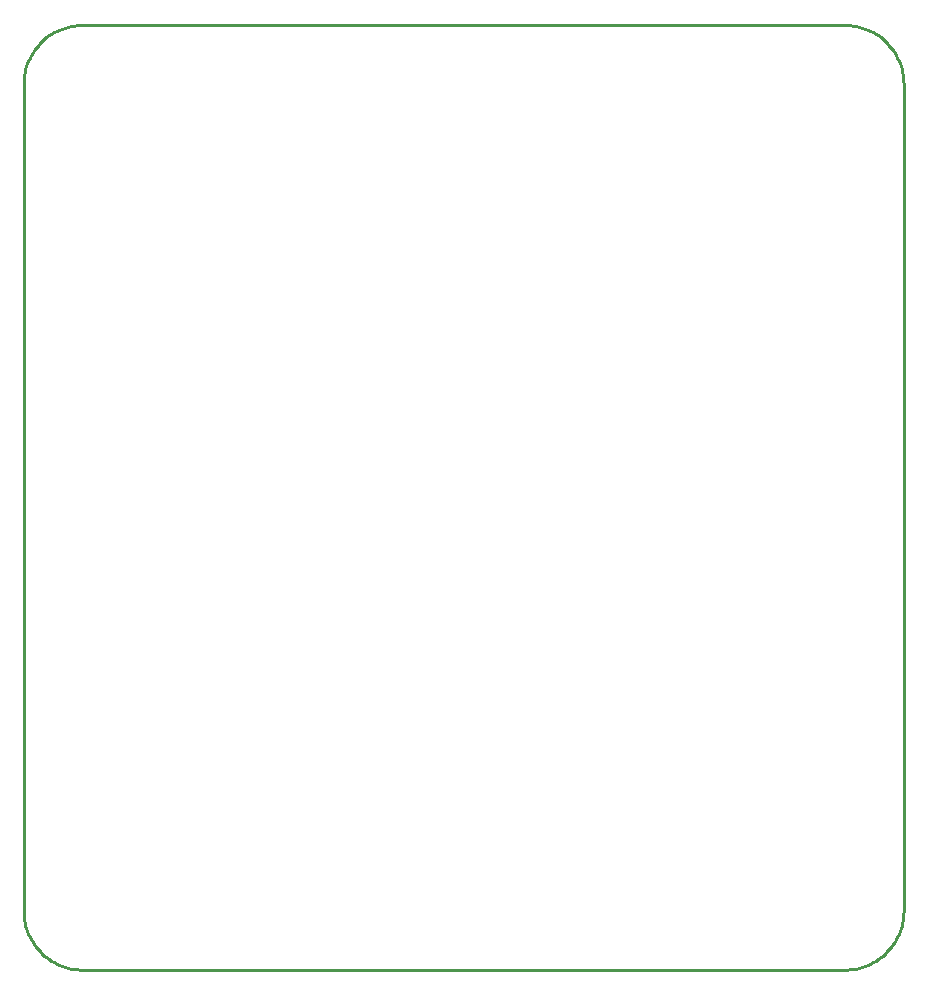
<source format=gko>
G04*
G04 #@! TF.GenerationSoftware,Altium Limited,Altium Designer,19.1.8 (144)*
G04*
G04 Layer_Color=16711935*
%FSLAX25Y25*%
%MOIN*%
G70*
G01*
G75*
%ADD10C,0.01000*%
D10*
X248031Y423228D02*
X247034Y423203D01*
X246040Y423127D01*
X245051Y423001D01*
X244069Y422825D01*
X243097Y422600D01*
X242139Y422326D01*
X241195Y422003D01*
X240269Y421633D01*
X239362Y421217D01*
X238478Y420755D01*
X237619Y420249D01*
X236786Y419700D01*
X235982Y419110D01*
X235209Y418479D01*
X234469Y417811D01*
X233764Y417106D01*
X233095Y416366D01*
X232465Y415593D01*
X231875Y414789D01*
X231326Y413956D01*
X230820Y413097D01*
X230358Y412213D01*
X229942Y411306D01*
X229572Y410380D01*
X229249Y409436D01*
X228975Y408477D01*
X228749Y407506D01*
X228573Y406524D01*
X228447Y405535D01*
X228372Y404540D01*
X228346Y403543D01*
X521654D02*
X521628Y404540D01*
X521553Y405535D01*
X521426Y406524D01*
X521251Y407506D01*
X521025Y408477D01*
X520751Y409436D01*
X520428Y410380D01*
X520058Y411306D01*
X519642Y412213D01*
X519180Y413097D01*
X518674Y413956D01*
X518125Y414789D01*
X517535Y415593D01*
X516905Y416366D01*
X516236Y417106D01*
X515531Y417811D01*
X514791Y418479D01*
X514018Y419110D01*
X513214Y419700D01*
X512381Y420249D01*
X511522Y420755D01*
X510638Y421217D01*
X509731Y421633D01*
X508805Y422003D01*
X507862Y422326D01*
X506903Y422600D01*
X505931Y422825D01*
X504949Y423001D01*
X503960Y423127D01*
X502965Y423203D01*
X501968Y423228D01*
Y108268D02*
X502965Y108293D01*
X503960Y108369D01*
X504949Y108495D01*
X505931Y108671D01*
X506903Y108896D01*
X507862Y109170D01*
X508805Y109493D01*
X509731Y109863D01*
X510638Y110279D01*
X511522Y110741D01*
X512381Y111247D01*
X513214Y111796D01*
X514018Y112386D01*
X514791Y113017D01*
X515531Y113685D01*
X516236Y114390D01*
X516905Y115130D01*
X517535Y115903D01*
X518125Y116707D01*
X518674Y117540D01*
X519180Y118400D01*
X519642Y119284D01*
X520058Y120190D01*
X520428Y121116D01*
X520751Y122060D01*
X521025Y123019D01*
X521251Y123990D01*
X521426Y124972D01*
X521553Y125961D01*
X521628Y126956D01*
X521654Y127953D01*
X228346D02*
X228372Y126956D01*
X228447Y125961D01*
X228573Y124972D01*
X228749Y123990D01*
X228975Y123019D01*
X229249Y122060D01*
X229572Y121116D01*
X229942Y120190D01*
X230358Y119284D01*
X230820Y118400D01*
X231326Y117540D01*
X231875Y116707D01*
X232465Y115903D01*
X233095Y115130D01*
X233764Y114390D01*
X234469Y113685D01*
X235209Y113017D01*
X235982Y112386D01*
X236786Y111796D01*
X237619Y111247D01*
X238478Y110741D01*
X239362Y110279D01*
X240269Y109863D01*
X241195Y109493D01*
X242139Y109170D01*
X243097Y108896D01*
X244069Y108671D01*
X245051Y108495D01*
X246040Y108369D01*
X247035Y108293D01*
X248031Y108268D01*
Y423228D02*
X501968Y423228D01*
X248031Y108268D02*
X501968Y108268D01*
X521654Y127953D02*
X521654Y403543D01*
X228346Y127953D02*
X228346Y403543D01*
M02*

</source>
